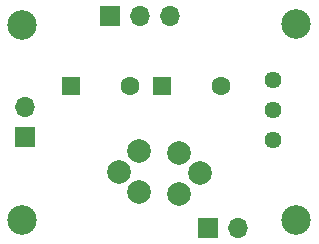
<source format=gbr>
G04 #@! TF.GenerationSoftware,KiCad,Pcbnew,(6.0.4)*
G04 #@! TF.CreationDate,2022-04-19T23:10:38+02:00*
G04 #@! TF.ProjectId,Wt_rnik_oscyloskopowy_JFET,5774f372-6e69-46b5-9f6f-7363796c6f73,rev?*
G04 #@! TF.SameCoordinates,Original*
G04 #@! TF.FileFunction,Soldermask,Top*
G04 #@! TF.FilePolarity,Negative*
%FSLAX46Y46*%
G04 Gerber Fmt 4.6, Leading zero omitted, Abs format (unit mm)*
G04 Created by KiCad (PCBNEW (6.0.4)) date 2022-04-19 23:10:38*
%MOMM*%
%LPD*%
G01*
G04 APERTURE LIST*
%ADD10C,2.500000*%
%ADD11R,1.700000X1.700000*%
%ADD12O,1.700000X1.700000*%
%ADD13C,1.440000*%
%ADD14R,1.600000X1.600000*%
%ADD15C,1.600000*%
%ADD16C,2.000000*%
G04 APERTURE END LIST*
D10*
G04 #@! TO.C,REF\u002A\u002A*
X103200000Y-73200000D03*
G04 #@! TD*
D11*
G04 #@! TO.C,J1*
X110600000Y-72400000D03*
D12*
X113140000Y-72400000D03*
X115680000Y-72400000D03*
G04 #@! TD*
D13*
G04 #@! TO.C,RV1*
X124400000Y-82900000D03*
X124400000Y-80360000D03*
X124400000Y-77820000D03*
G04 #@! TD*
D14*
G04 #@! TO.C,C4*
X115000000Y-78400000D03*
D15*
X120000000Y-78400000D03*
G04 #@! TD*
D14*
G04 #@! TO.C,C1*
X107300000Y-78400000D03*
D15*
X112300000Y-78400000D03*
G04 #@! TD*
D10*
G04 #@! TO.C,REF\u002A\u002A*
X126400000Y-89700000D03*
G04 #@! TD*
G04 #@! TO.C,REF\u002A\u002A*
X103200000Y-89700000D03*
G04 #@! TD*
D16*
G04 #@! TO.C,Q1*
X113060000Y-87370000D03*
X111360000Y-85670000D03*
X113060000Y-83870000D03*
G04 #@! TD*
D10*
G04 #@! TO.C,REF\u002A\u002A*
X126400000Y-73100000D03*
G04 #@! TD*
D11*
G04 #@! TO.C,J2*
X103400000Y-82675000D03*
D12*
X103400000Y-80135000D03*
G04 #@! TD*
D16*
G04 #@! TO.C,Q2*
X116500000Y-84050000D03*
X118200000Y-85750000D03*
X116500000Y-87550000D03*
G04 #@! TD*
D11*
G04 #@! TO.C,J3*
X118900000Y-90400000D03*
D12*
X121440000Y-90400000D03*
G04 #@! TD*
M02*

</source>
